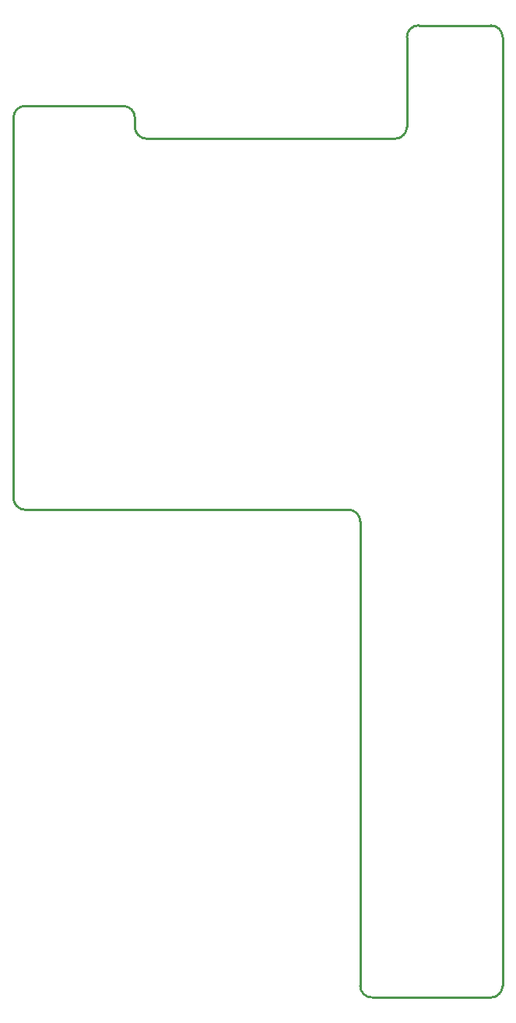
<source format=gbr>
G04 start of page 6 for group 4 idx 4 *
G04 Title: fet12logic, outline *
G04 Creator: pcb 20140316 *
G04 CreationDate: Thu 12 Apr 2018 02:45:11 AM GMT UTC *
G04 For: brian *
G04 Format: Gerber/RS-274X *
G04 PCB-Dimensions (mil): 6000.00 5000.00 *
G04 PCB-Coordinate-Origin: lower left *
%MOIN*%
%FSLAX25Y25*%
%LNOUTLINE*%
%ADD80C,0.0100*%
G54D80*X349000Y417000D02*Y378500D01*
X354000Y422000D02*X385000D01*
X344000Y373500D02*X237500D01*
X185500Y387500D02*X227500D01*
X232500Y382500D02*Y378500D01*
X390000Y417000D02*Y10500D01*
X385000Y5500D02*X334000D01*
X329000Y10500D02*Y209500D01*
X180500Y382500D02*Y219500D01*
X185500Y214500D02*X324000D01*
X390000Y10500D02*G75*G02X385000Y5500I-5000J0D01*G01*
X334000D02*G75*G02X329000Y10500I0J5000D01*G01*
X385000Y422000D02*G75*G02X390000Y417000I0J-5000D01*G01*
X349000D02*G75*G02X354000Y422000I5000J0D01*G01*
X344000Y373500D02*G75*G03X349000Y378500I0J5000D01*G01*
X227500Y387500D02*G75*G02X232500Y382500I0J-5000D01*G01*
Y378500D02*G75*G03X237500Y373500I5000J0D01*G01*
X185500Y387500D02*G75*G03X180500Y382500I0J-5000D01*G01*
Y219500D02*G75*G03X185500Y214500I5000J0D01*G01*
X329000Y209500D02*G75*G03X324000Y214500I-5000J0D01*G01*
M02*

</source>
